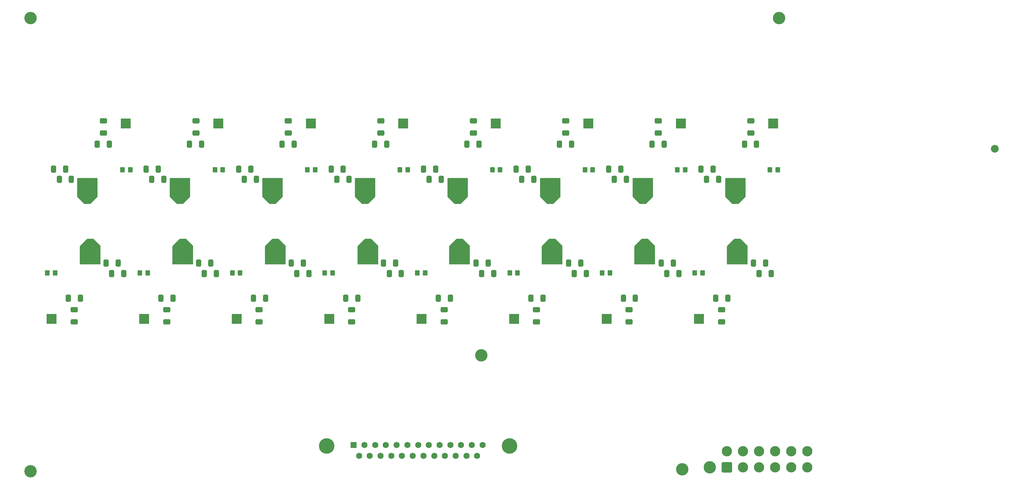
<source format=gbr>
%TF.GenerationSoftware,KiCad,Pcbnew,(6.0.7)*%
%TF.CreationDate,2022-08-12T11:14:58-05:00*%
%TF.ProjectId,SAQ-Readout,5341512d-5265-4616-946f-75742e6b6963,rev?*%
%TF.SameCoordinates,Original*%
%TF.FileFunction,Soldermask,Bot*%
%TF.FilePolarity,Negative*%
%FSLAX46Y46*%
G04 Gerber Fmt 4.6, Leading zero omitted, Abs format (unit mm)*
G04 Created by KiCad (PCBNEW (6.0.7)) date 2022-08-12 11:14:58*
%MOMM*%
%LPD*%
G01*
G04 APERTURE LIST*
G04 Aperture macros list*
%AMRoundRect*
0 Rectangle with rounded corners*
0 $1 Rounding radius*
0 $2 $3 $4 $5 $6 $7 $8 $9 X,Y pos of 4 corners*
0 Add a 4 corners polygon primitive as box body*
4,1,4,$2,$3,$4,$5,$6,$7,$8,$9,$2,$3,0*
0 Add four circle primitives for the rounded corners*
1,1,$1+$1,$2,$3*
1,1,$1+$1,$4,$5*
1,1,$1+$1,$6,$7*
1,1,$1+$1,$8,$9*
0 Add four rect primitives between the rounded corners*
20,1,$1+$1,$2,$3,$4,$5,0*
20,1,$1+$1,$4,$5,$6,$7,0*
20,1,$1+$1,$6,$7,$8,$9,0*
20,1,$1+$1,$8,$9,$2,$3,0*%
G04 Aperture macros list end*
%ADD10C,0.150000*%
%ADD11R,2.500000X2.500000*%
%ADD12C,3.180000*%
%ADD13RoundRect,0.250000X1.070000X-1.070000X1.070000X1.070000X-1.070000X1.070000X-1.070000X-1.070000X0*%
%ADD14C,2.640000*%
%ADD15C,3.200000*%
%ADD16C,4.000000*%
%ADD17R,1.600000X1.600000*%
%ADD18C,1.600000*%
%ADD19RoundRect,0.250000X0.412500X0.650000X-0.412500X0.650000X-0.412500X-0.650000X0.412500X-0.650000X0*%
%ADD20C,2.000000*%
%ADD21RoundRect,0.250000X0.650000X-0.412500X0.650000X0.412500X-0.650000X0.412500X-0.650000X-0.412500X0*%
%ADD22RoundRect,0.250000X-0.412500X-0.650000X0.412500X-0.650000X0.412500X0.650000X-0.412500X0.650000X0*%
%ADD23RoundRect,0.250000X-0.350000X-0.450000X0.350000X-0.450000X0.350000X0.450000X-0.350000X0.450000X0*%
%ADD24RoundRect,0.250000X0.350000X0.450000X-0.350000X0.450000X-0.350000X-0.450000X0.350000X-0.450000X0*%
%ADD25RoundRect,0.250000X-0.650000X0.412500X-0.650000X-0.412500X0.650000X-0.412500X0.650000X0.412500X0*%
G04 APERTURE END LIST*
D10*
G36*
X234394280Y-76408600D02*
G01*
X234340400Y-75742800D01*
X234340400Y-76504800D01*
X232562400Y-78282800D01*
X231038400Y-78282800D01*
X229260400Y-76504800D01*
X229260400Y-71836600D01*
X234394280Y-71836600D01*
X234394280Y-76408600D01*
G37*
X234394280Y-76408600D02*
X234340400Y-75742800D01*
X234340400Y-76504800D01*
X232562400Y-78282800D01*
X231038400Y-78282800D01*
X229260400Y-76504800D01*
X229260400Y-71836600D01*
X234394280Y-71836600D01*
X234394280Y-76408600D01*
G36*
X139598400Y-89204800D02*
G01*
X139598400Y-93873000D01*
X134464520Y-93873000D01*
X134464520Y-89301000D01*
X134518400Y-89966800D01*
X134518400Y-89204800D01*
X136296400Y-87426800D01*
X137820400Y-87426800D01*
X139598400Y-89204800D01*
G37*
X139598400Y-89204800D02*
X139598400Y-93873000D01*
X134464520Y-93873000D01*
X134464520Y-89301000D01*
X134518400Y-89966800D01*
X134518400Y-89204800D01*
X136296400Y-87426800D01*
X137820400Y-87426800D01*
X139598400Y-89204800D01*
G36*
X67262280Y-76408600D02*
G01*
X67208400Y-75742800D01*
X67208400Y-76504800D01*
X65430400Y-78282800D01*
X63906400Y-78282800D01*
X62128400Y-76504800D01*
X62128400Y-71836600D01*
X67262280Y-71836600D01*
X67262280Y-76408600D01*
G37*
X67262280Y-76408600D02*
X67208400Y-75742800D01*
X67208400Y-76504800D01*
X65430400Y-78282800D01*
X63906400Y-78282800D01*
X62128400Y-76504800D01*
X62128400Y-71836600D01*
X67262280Y-71836600D01*
X67262280Y-76408600D01*
G36*
X187096400Y-89204800D02*
G01*
X187096400Y-93873000D01*
X181962520Y-93873000D01*
X181962520Y-89301000D01*
X182016400Y-89966800D01*
X182016400Y-89204800D01*
X183794400Y-87426800D01*
X185318400Y-87426800D01*
X187096400Y-89204800D01*
G37*
X187096400Y-89204800D02*
X187096400Y-93873000D01*
X181962520Y-93873000D01*
X181962520Y-89301000D01*
X182016400Y-89966800D01*
X182016400Y-89204800D01*
X183794400Y-87426800D01*
X185318400Y-87426800D01*
X187096400Y-89204800D01*
G36*
X163220400Y-89204800D02*
G01*
X163220400Y-93873000D01*
X158086520Y-93873000D01*
X158086520Y-89301000D01*
X158140400Y-89966800D01*
X158140400Y-89204800D01*
X159918400Y-87426800D01*
X161442400Y-87426800D01*
X163220400Y-89204800D01*
G37*
X163220400Y-89204800D02*
X163220400Y-93873000D01*
X158086520Y-93873000D01*
X158086520Y-89301000D01*
X158140400Y-89966800D01*
X158140400Y-89204800D01*
X159918400Y-87426800D01*
X161442400Y-87426800D01*
X163220400Y-89204800D01*
G36*
X138890280Y-76408600D02*
G01*
X138836400Y-75742800D01*
X138836400Y-76504800D01*
X137058400Y-78282800D01*
X135534400Y-78282800D01*
X133756400Y-76504800D01*
X133756400Y-71836600D01*
X138890280Y-71836600D01*
X138890280Y-76408600D01*
G37*
X138890280Y-76408600D02*
X138836400Y-75742800D01*
X138836400Y-76504800D01*
X137058400Y-78282800D01*
X135534400Y-78282800D01*
X133756400Y-76504800D01*
X133756400Y-71836600D01*
X138890280Y-71836600D01*
X138890280Y-76408600D01*
G36*
X234848400Y-89204800D02*
G01*
X234848400Y-93873000D01*
X229714520Y-93873000D01*
X229714520Y-89301000D01*
X229768400Y-89966800D01*
X229768400Y-89204800D01*
X231546400Y-87426800D01*
X233070400Y-87426800D01*
X234848400Y-89204800D01*
G37*
X234848400Y-89204800D02*
X234848400Y-93873000D01*
X229714520Y-93873000D01*
X229714520Y-89301000D01*
X229768400Y-89966800D01*
X229768400Y-89204800D01*
X231546400Y-87426800D01*
X233070400Y-87426800D01*
X234848400Y-89204800D01*
G36*
X210972400Y-89204800D02*
G01*
X210972400Y-93873000D01*
X205838520Y-93873000D01*
X205838520Y-89301000D01*
X205892400Y-89966800D01*
X205892400Y-89204800D01*
X207670400Y-87426800D01*
X209194400Y-87426800D01*
X210972400Y-89204800D01*
G37*
X210972400Y-89204800D02*
X210972400Y-93873000D01*
X205838520Y-93873000D01*
X205838520Y-89301000D01*
X205892400Y-89966800D01*
X205892400Y-89204800D01*
X207670400Y-87426800D01*
X209194400Y-87426800D01*
X210972400Y-89204800D01*
G36*
X115014280Y-76408600D02*
G01*
X114960400Y-75742800D01*
X114960400Y-76504800D01*
X113182400Y-78282800D01*
X111658400Y-78282800D01*
X109880400Y-76504800D01*
X109880400Y-71836600D01*
X115014280Y-71836600D01*
X115014280Y-76408600D01*
G37*
X115014280Y-76408600D02*
X114960400Y-75742800D01*
X114960400Y-76504800D01*
X113182400Y-78282800D01*
X111658400Y-78282800D01*
X109880400Y-76504800D01*
X109880400Y-71836600D01*
X115014280Y-71836600D01*
X115014280Y-76408600D01*
G36*
X210518280Y-76408600D02*
G01*
X210464400Y-75742800D01*
X210464400Y-76504800D01*
X208686400Y-78282800D01*
X207162400Y-78282800D01*
X205384400Y-76504800D01*
X205384400Y-71836600D01*
X210518280Y-71836600D01*
X210518280Y-76408600D01*
G37*
X210518280Y-76408600D02*
X210464400Y-75742800D01*
X210464400Y-76504800D01*
X208686400Y-78282800D01*
X207162400Y-78282800D01*
X205384400Y-76504800D01*
X205384400Y-71836600D01*
X210518280Y-71836600D01*
X210518280Y-76408600D01*
G36*
X162766280Y-76408600D02*
G01*
X162712400Y-75742800D01*
X162712400Y-76504800D01*
X160934400Y-78282800D01*
X159410400Y-78282800D01*
X157632400Y-76504800D01*
X157632400Y-71836600D01*
X162766280Y-71836600D01*
X162766280Y-76408600D01*
G37*
X162766280Y-76408600D02*
X162712400Y-75742800D01*
X162712400Y-76504800D01*
X160934400Y-78282800D01*
X159410400Y-78282800D01*
X157632400Y-76504800D01*
X157632400Y-71836600D01*
X162766280Y-71836600D01*
X162766280Y-76408600D01*
G36*
X67970400Y-89204800D02*
G01*
X67970400Y-93873000D01*
X62836520Y-93873000D01*
X62836520Y-89301000D01*
X62890400Y-89966800D01*
X62890400Y-89204800D01*
X64668400Y-87426800D01*
X66192400Y-87426800D01*
X67970400Y-89204800D01*
G37*
X67970400Y-89204800D02*
X67970400Y-93873000D01*
X62836520Y-93873000D01*
X62836520Y-89301000D01*
X62890400Y-89966800D01*
X62890400Y-89204800D01*
X64668400Y-87426800D01*
X66192400Y-87426800D01*
X67970400Y-89204800D01*
G36*
X91846400Y-89204800D02*
G01*
X91846400Y-93873000D01*
X86712520Y-93873000D01*
X86712520Y-89301000D01*
X86766400Y-89966800D01*
X86766400Y-89204800D01*
X88544400Y-87426800D01*
X90068400Y-87426800D01*
X91846400Y-89204800D01*
G37*
X91846400Y-89204800D02*
X91846400Y-93873000D01*
X86712520Y-93873000D01*
X86712520Y-89301000D01*
X86766400Y-89966800D01*
X86766400Y-89204800D01*
X88544400Y-87426800D01*
X90068400Y-87426800D01*
X91846400Y-89204800D01*
G36*
X186642280Y-76408600D02*
G01*
X186588400Y-75742800D01*
X186588400Y-76504800D01*
X184810400Y-78282800D01*
X183286400Y-78282800D01*
X181508400Y-76504800D01*
X181508400Y-71836600D01*
X186642280Y-71836600D01*
X186642280Y-76408600D01*
G37*
X186642280Y-76408600D02*
X186588400Y-75742800D01*
X186588400Y-76504800D01*
X184810400Y-78282800D01*
X183286400Y-78282800D01*
X181508400Y-76504800D01*
X181508400Y-71836600D01*
X186642280Y-71836600D01*
X186642280Y-76408600D01*
G36*
X115722400Y-89204800D02*
G01*
X115722400Y-93873000D01*
X110588520Y-93873000D01*
X110588520Y-89301000D01*
X110642400Y-89966800D01*
X110642400Y-89204800D01*
X112420400Y-87426800D01*
X113944400Y-87426800D01*
X115722400Y-89204800D01*
G37*
X115722400Y-89204800D02*
X115722400Y-93873000D01*
X110588520Y-93873000D01*
X110588520Y-89301000D01*
X110642400Y-89966800D01*
X110642400Y-89204800D01*
X112420400Y-87426800D01*
X113944400Y-87426800D01*
X115722400Y-89204800D01*
G36*
X91138280Y-76408600D02*
G01*
X91084400Y-75742800D01*
X91084400Y-76504800D01*
X89306400Y-78282800D01*
X87782400Y-78282800D01*
X86004400Y-76504800D01*
X86004400Y-71836600D01*
X91138280Y-71836600D01*
X91138280Y-76408600D01*
G37*
X91138280Y-76408600D02*
X91084400Y-75742800D01*
X91084400Y-76504800D01*
X89306400Y-78282800D01*
X87782400Y-78282800D01*
X86004400Y-76504800D01*
X86004400Y-71836600D01*
X91138280Y-71836600D01*
X91138280Y-76408600D01*
D11*
%TO.C,TP2*%
X150918861Y-108060067D03*
%TD*%
%TO.C,TP2*%
X74641077Y-57691867D03*
%TD*%
D12*
%TO.C,J2*%
X225226800Y-146304000D03*
D13*
X229666800Y-146304000D03*
D14*
X233806800Y-146304000D03*
X237946800Y-146304000D03*
X242086800Y-146304000D03*
X246226800Y-146304000D03*
X250366800Y-146304000D03*
X229666800Y-142164000D03*
X233806800Y-142164000D03*
X237946800Y-142164000D03*
X242086800Y-142164000D03*
X246226800Y-142164000D03*
X250366800Y-142164000D03*
%TD*%
D11*
%TO.C,TP2*%
X217745733Y-57691867D03*
%TD*%
%TO.C,TP2*%
X79366533Y-108060067D03*
%TD*%
%TO.C,TP2*%
X55515757Y-108060067D03*
%TD*%
%TO.C,TP2*%
X170044181Y-57691867D03*
%TD*%
%TO.C,TP2*%
X198620413Y-108060067D03*
%TD*%
%TO.C,TP2*%
X122342629Y-57691867D03*
%TD*%
%TO.C,TP2*%
X241596509Y-57691867D03*
%TD*%
D15*
%TO.C,REF\u002A\u002A*%
X166344600Y-117449600D03*
%TD*%
%TO.C,REF\u002A\u002A*%
X218084400Y-146786600D03*
%TD*%
%TO.C,REF\u002A\u002A*%
X243103400Y-30454600D03*
%TD*%
D11*
%TO.C,TP2*%
X127068085Y-108060067D03*
%TD*%
%TO.C,TP2*%
X222471189Y-108060067D03*
%TD*%
D15*
%TO.C,REF\u002A\u002A*%
X50063400Y-30454600D03*
%TD*%
D11*
%TO.C,TP2*%
X174769637Y-108060067D03*
%TD*%
%TO.C,TP2*%
X103217309Y-108060067D03*
%TD*%
%TO.C,TP2*%
X98491853Y-57691867D03*
%TD*%
D15*
%TO.C,REF\u002A\u002A*%
X50063400Y-147294600D03*
%TD*%
D11*
%TO.C,TP2*%
X193894957Y-57691867D03*
%TD*%
%TO.C,TP2*%
X146193405Y-57691867D03*
%TD*%
D16*
%TO.C,J1*%
X126457400Y-140844669D03*
X173557400Y-140844669D03*
D17*
X133387400Y-140544669D03*
D18*
X136157400Y-140544669D03*
X138927400Y-140544669D03*
X141697400Y-140544669D03*
X144467400Y-140544669D03*
X147237400Y-140544669D03*
X150007400Y-140544669D03*
X152777400Y-140544669D03*
X155547400Y-140544669D03*
X158317400Y-140544669D03*
X161087400Y-140544669D03*
X163857400Y-140544669D03*
X166627400Y-140544669D03*
X134772400Y-143384669D03*
X137542400Y-143384669D03*
X140312400Y-143384669D03*
X143082400Y-143384669D03*
X145852400Y-143384669D03*
X148622400Y-143384669D03*
X151392400Y-143384669D03*
X154162400Y-143384669D03*
X156932400Y-143384669D03*
X159702400Y-143384669D03*
X162472400Y-143384669D03*
X165242400Y-143384669D03*
%TD*%
D19*
%TO.C,C3*%
X108297229Y-72093667D03*
X105172229Y-72093667D03*
%TD*%
%TO.C,C3*%
X227551109Y-72093667D03*
X224426109Y-72093667D03*
%TD*%
D20*
%TO.C,REF\u002A\u002A*%
X232359200Y-89738200D03*
%TD*%
D21*
%TO.C,C5*%
X92700653Y-60117967D03*
X92700653Y-56992967D03*
%TD*%
D19*
%TO.C,C2*%
X130700205Y-69426667D03*
X127575205Y-69426667D03*
%TD*%
D22*
%TO.C,C4*%
X107522209Y-102726067D03*
X110647209Y-102726067D03*
%TD*%
D19*
%TO.C,C2*%
X202252533Y-69426667D03*
X199127533Y-69426667D03*
%TD*%
D22*
%TO.C,C3*%
X69561157Y-93658267D03*
X72686157Y-93658267D03*
%TD*%
%TO.C,C2*%
X166412061Y-96325267D03*
X169537061Y-96325267D03*
%TD*%
%TO.C,C3*%
X188815037Y-93658267D03*
X191940037Y-93658267D03*
%TD*%
D19*
%TO.C,C2*%
X59147877Y-69426667D03*
X56022877Y-69426667D03*
%TD*%
D22*
%TO.C,C2*%
X237964389Y-96325267D03*
X241089389Y-96325267D03*
%TD*%
D23*
%TO.C,R6*%
X149791861Y-96147467D03*
X151791861Y-96147467D03*
%TD*%
D21*
%TO.C,C5*%
X188103757Y-60117967D03*
X188103757Y-56992967D03*
%TD*%
D22*
%TO.C,C3*%
X212665813Y-93658267D03*
X215790813Y-93658267D03*
%TD*%
D19*
%TO.C,C4*%
X141888505Y-63025867D03*
X138763505Y-63025867D03*
%TD*%
D24*
%TO.C,R6*%
X99618853Y-69604467D03*
X97618853Y-69604467D03*
%TD*%
D19*
%TO.C,C3*%
X179849557Y-72093667D03*
X176724557Y-72093667D03*
%TD*%
D24*
%TO.C,R6*%
X123469629Y-69604467D03*
X121469629Y-69604467D03*
%TD*%
%TO.C,R6*%
X147320405Y-69604467D03*
X145320405Y-69604467D03*
%TD*%
D20*
%TO.C,REF\u002A\u002A*%
X231724200Y-76047600D03*
%TD*%
D22*
%TO.C,C2*%
X71008957Y-96325267D03*
X74133957Y-96325267D03*
%TD*%
%TO.C,C3*%
X141113485Y-93658267D03*
X144238485Y-93658267D03*
%TD*%
%TO.C,C2*%
X214113613Y-96325267D03*
X217238613Y-96325267D03*
%TD*%
D20*
%TO.C,REF\u002A\u002A*%
X112471200Y-76022200D03*
%TD*%
%TO.C,REF\u002A\u002A*%
X64770000Y-75996800D03*
%TD*%
D19*
%TO.C,C4*%
X70336177Y-63025867D03*
X67211177Y-63025867D03*
%TD*%
D20*
%TO.C,REF\u002A\u002A*%
X136931400Y-89763600D03*
%TD*%
D23*
%TO.C,R6*%
X54388757Y-96147467D03*
X56388757Y-96147467D03*
%TD*%
D19*
%TO.C,C3*%
X60595677Y-72093667D03*
X57470677Y-72093667D03*
%TD*%
D20*
%TO.C,REF\u002A\u002A*%
X89255600Y-89763600D03*
%TD*%
%TO.C,REF\u002A\u002A*%
X113080800Y-89789000D03*
%TD*%
D22*
%TO.C,C4*%
X59820657Y-102726067D03*
X62945657Y-102726067D03*
%TD*%
D19*
%TO.C,C2*%
X178401757Y-69426667D03*
X175276757Y-69426667D03*
%TD*%
%TO.C,C4*%
X189590057Y-63025867D03*
X186465057Y-63025867D03*
%TD*%
D25*
%TO.C,C5*%
X228262389Y-105633967D03*
X228262389Y-108758967D03*
%TD*%
D24*
%TO.C,R6*%
X195021957Y-69604467D03*
X193021957Y-69604467D03*
%TD*%
D20*
%TO.C,REF\u002A\u002A*%
X160172400Y-76047600D03*
%TD*%
D21*
%TO.C,C5*%
X140402205Y-60117967D03*
X140402205Y-56992967D03*
%TD*%
D20*
%TO.C,REF\u002A\u002A*%
X65405000Y-89789000D03*
%TD*%
D22*
%TO.C,C2*%
X142561285Y-96325267D03*
X145686285Y-96325267D03*
%TD*%
D19*
%TO.C,C4*%
X165739281Y-63025867D03*
X162614281Y-63025867D03*
%TD*%
D22*
%TO.C,C3*%
X236516589Y-93658267D03*
X239641589Y-93658267D03*
%TD*%
D23*
%TO.C,R6*%
X197493413Y-96147467D03*
X199493413Y-96147467D03*
%TD*%
D22*
%TO.C,C2*%
X118710509Y-96325267D03*
X121835509Y-96325267D03*
%TD*%
D19*
%TO.C,C3*%
X132148005Y-72093667D03*
X129023005Y-72093667D03*
%TD*%
D20*
%TO.C,REF\u002A\u002A*%
X88595200Y-75971400D03*
%TD*%
D21*
%TO.C,C5*%
X68849877Y-60117967D03*
X68849877Y-56992967D03*
%TD*%
D19*
%TO.C,C4*%
X118037729Y-63025867D03*
X114912729Y-63025867D03*
%TD*%
D25*
%TO.C,C5*%
X156710061Y-105633967D03*
X156710061Y-108758967D03*
%TD*%
D22*
%TO.C,C4*%
X155223761Y-102726067D03*
X158348761Y-102726067D03*
%TD*%
D23*
%TO.C,R6*%
X173642637Y-96147467D03*
X175642637Y-96147467D03*
%TD*%
D22*
%TO.C,C4*%
X131372985Y-102726067D03*
X134497985Y-102726067D03*
%TD*%
D20*
%TO.C,REF\u002A\u002A*%
X208483200Y-89763600D03*
%TD*%
D22*
%TO.C,C2*%
X94859733Y-96325267D03*
X97984733Y-96325267D03*
%TD*%
D19*
%TO.C,C3*%
X84446453Y-72093667D03*
X81321453Y-72093667D03*
%TD*%
D20*
%TO.C,REF\u002A\u002A*%
X207848200Y-75946000D03*
%TD*%
D19*
%TO.C,C2*%
X154550981Y-69426667D03*
X151425981Y-69426667D03*
%TD*%
D21*
%TO.C,C5*%
X211954533Y-60117967D03*
X211954533Y-56992967D03*
%TD*%
D19*
%TO.C,C2*%
X226103309Y-69426667D03*
X222978309Y-69426667D03*
%TD*%
D23*
%TO.C,R6*%
X221344189Y-96147467D03*
X223344189Y-96147467D03*
%TD*%
D25*
%TO.C,C5*%
X61306957Y-105633967D03*
X61306957Y-108758967D03*
%TD*%
D24*
%TO.C,R6*%
X75768077Y-69604467D03*
X73768077Y-69604467D03*
%TD*%
D20*
%TO.C,REF\u002A\u002A*%
X136296400Y-75971400D03*
%TD*%
D22*
%TO.C,C2*%
X190262837Y-96325267D03*
X193387837Y-96325267D03*
%TD*%
D24*
%TO.C,R6*%
X171171181Y-69604467D03*
X169171181Y-69604467D03*
%TD*%
D23*
%TO.C,R6*%
X125941085Y-96147467D03*
X127941085Y-96147467D03*
%TD*%
D20*
%TO.C,REF\u002A\u002A*%
X160807400Y-89789000D03*
%TD*%
D25*
%TO.C,C5*%
X204411613Y-105633967D03*
X204411613Y-108758967D03*
%TD*%
D22*
%TO.C,C3*%
X164964261Y-93658267D03*
X168089261Y-93658267D03*
%TD*%
D23*
%TO.C,R6*%
X78239533Y-96147467D03*
X80239533Y-96147467D03*
%TD*%
D21*
%TO.C,C5*%
X116551429Y-60117967D03*
X116551429Y-56992967D03*
%TD*%
D25*
%TO.C,C5*%
X85157733Y-105633967D03*
X85157733Y-108758967D03*
%TD*%
D19*
%TO.C,C4*%
X213440833Y-63025867D03*
X210315833Y-63025867D03*
%TD*%
%TO.C,C4*%
X94186953Y-63025867D03*
X91061953Y-63025867D03*
%TD*%
%TO.C,C2*%
X106849429Y-69426667D03*
X103724429Y-69426667D03*
%TD*%
D23*
%TO.C,R6*%
X102090309Y-96147467D03*
X104090309Y-96147467D03*
%TD*%
D22*
%TO.C,C4*%
X226776089Y-102726067D03*
X229901089Y-102726067D03*
%TD*%
D25*
%TO.C,C5*%
X109008509Y-105633967D03*
X109008509Y-108758967D03*
%TD*%
D21*
%TO.C,C5*%
X235805309Y-60117967D03*
X235805309Y-56992967D03*
%TD*%
D22*
%TO.C,C4*%
X202925313Y-102726067D03*
X206050313Y-102726067D03*
%TD*%
%TO.C,C3*%
X117262709Y-93658267D03*
X120387709Y-93658267D03*
%TD*%
D25*
%TO.C,C5*%
X132859285Y-105633967D03*
X132859285Y-108758967D03*
%TD*%
D22*
%TO.C,C4*%
X179074537Y-102726067D03*
X182199537Y-102726067D03*
%TD*%
D20*
%TO.C,REF\u002A\u002A*%
X184023000Y-76022200D03*
%TD*%
D19*
%TO.C,C4*%
X237291609Y-63025867D03*
X234166609Y-63025867D03*
%TD*%
D20*
%TO.C,REF\u002A\u002A*%
X298704000Y-64185800D03*
%TD*%
D19*
%TO.C,C3*%
X155998781Y-72093667D03*
X152873781Y-72093667D03*
%TD*%
%TO.C,C2*%
X82998653Y-69426667D03*
X79873653Y-69426667D03*
%TD*%
D22*
%TO.C,C4*%
X83671433Y-102726067D03*
X86796433Y-102726067D03*
%TD*%
D24*
%TO.C,R6*%
X242723509Y-69604467D03*
X240723509Y-69604467D03*
%TD*%
D22*
%TO.C,C3*%
X93411933Y-93658267D03*
X96536933Y-93658267D03*
%TD*%
D20*
%TO.C,REF\u002A\u002A*%
X184683400Y-89763600D03*
%TD*%
D24*
%TO.C,R6*%
X218872733Y-69604467D03*
X216872733Y-69604467D03*
%TD*%
D19*
%TO.C,C3*%
X203700333Y-72093667D03*
X200575333Y-72093667D03*
%TD*%
D25*
%TO.C,C5*%
X180560837Y-105633967D03*
X180560837Y-108758967D03*
%TD*%
D21*
%TO.C,C5*%
X164252981Y-60117967D03*
X164252981Y-56992967D03*
%TD*%
M02*

</source>
